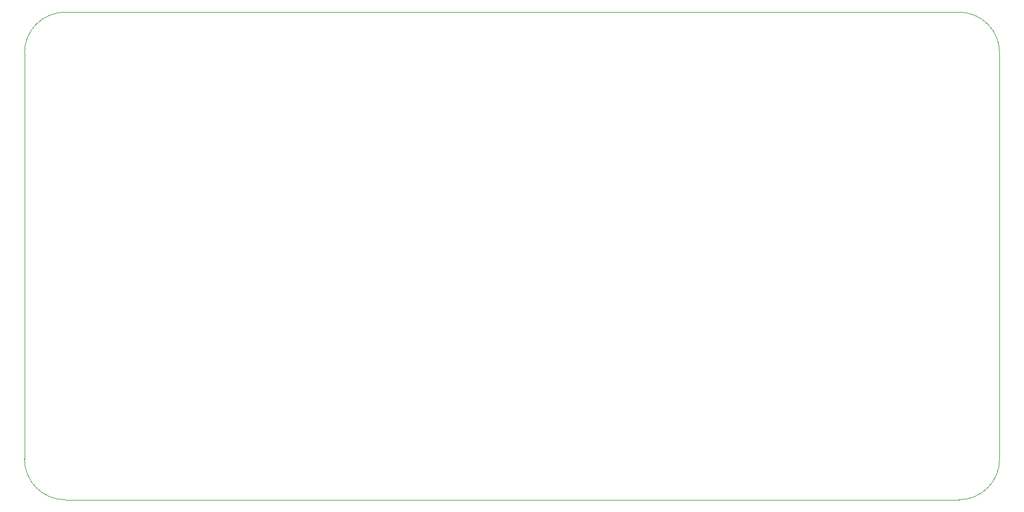
<source format=gbr>
%TF.GenerationSoftware,Altium Limited,Altium Designer,19.0.15 (446)*%
G04 Layer_Color=0*
%FSLAX45Y45*%
%MOMM*%
%TF.FileFunction,Profile,NP*%
%TF.Part,Single*%
G01*
G75*
%TA.AperFunction,Profile*%
%ADD128C,0.02540*%
G36*
X10675000Y3200000D02*
D01*
D02*
G37*
D128*
X25000Y625001D02*
Y6625000D01*
X25000Y6625000D01*
D02*
G02*
X625000Y7225000I600000J0D01*
G01*
X13825000D01*
D02*
G02*
X14425000Y6625000I0J-600000D01*
G01*
Y625000D01*
D02*
G02*
X13825000Y25000I-600000J0D01*
G01*
X625000D01*
D02*
G02*
X25000Y625001I0J600000D01*
G01*
%TF.MD5,68325dd084066233a6417144dd4c858a*%
M02*

</source>
